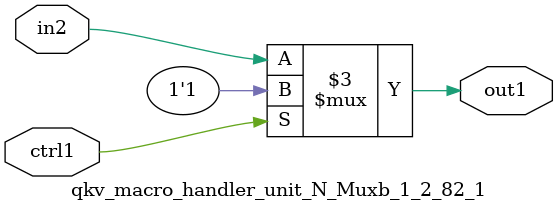
<source format=v>

`timescale 1ps / 1ps


module qkv_macro_handler_unit_N_Muxb_1_2_82_1( in2, ctrl1, out1 );

    input in2;
    input ctrl1;
    output out1;
    reg out1;

    
    // rtl_process:qkv_macro_handler_unit_N_Muxb_1_2_82_1/qkv_macro_handler_unit_N_Muxb_1_2_82_1_thread_1
    always @*
      begin : qkv_macro_handler_unit_N_Muxb_1_2_82_1_thread_1
        case (ctrl1) 
          1'b1: 
            begin
              out1 = 1'b1;
            end
          default: 
            begin
              out1 = in2;
            end
        endcase
      end

endmodule


</source>
